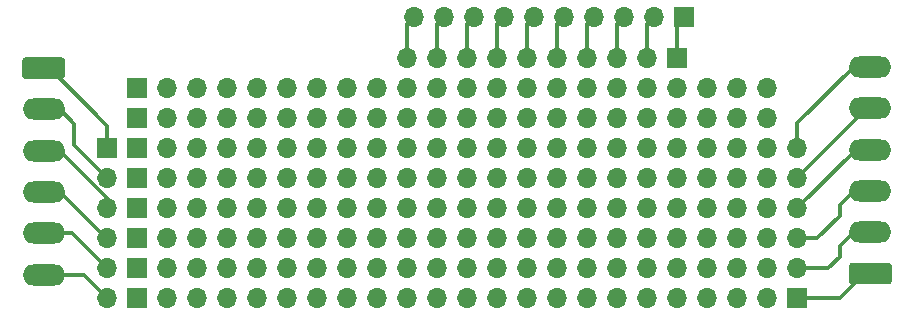
<source format=gbr>
G04 #@! TF.GenerationSoftware,KiCad,Pcbnew,(5.1.4)-1*
G04 #@! TF.CreationDate,2022-10-21T15:02:13+02:00*
G04 #@! TF.ProjectId,REG1-App-Universal,52454731-2d41-4707-902d-556e69766572,V00.01*
G04 #@! TF.SameCoordinates,Original*
G04 #@! TF.FileFunction,Copper,L2,Bot*
G04 #@! TF.FilePolarity,Positive*
%FSLAX46Y46*%
G04 Gerber Fmt 4.6, Leading zero omitted, Abs format (unit mm)*
G04 Created by KiCad (PCBNEW (5.1.4)-1) date 2022-10-21 15:02:13*
%MOMM*%
%LPD*%
G04 APERTURE LIST*
%ADD10O,1.700000X1.700000*%
%ADD11R,1.700000X1.700000*%
%ADD12O,3.600000X1.800000*%
%ADD13C,0.100000*%
%ADD14C,1.800000*%
%ADD15C,0.300000*%
G04 APERTURE END LIST*
D10*
X137780000Y-115560000D03*
X135240000Y-115560000D03*
X132700000Y-115560000D03*
X130160000Y-115560000D03*
X127620000Y-115560000D03*
X125080000Y-115560000D03*
X122540000Y-115560000D03*
X120000000Y-115560000D03*
X117460000Y-115560000D03*
X114920000Y-115560000D03*
X112380000Y-115560000D03*
X109840000Y-115560000D03*
X107300000Y-115560000D03*
X104760000Y-115560000D03*
X102220000Y-115560000D03*
X99680000Y-115560000D03*
X97140000Y-115560000D03*
X94600000Y-115560000D03*
X92060000Y-115560000D03*
X89520000Y-115560000D03*
X86980000Y-115560000D03*
D11*
X84440000Y-115560000D03*
D10*
X137780000Y-118100000D03*
X135240000Y-118100000D03*
X132700000Y-118100000D03*
X130160000Y-118100000D03*
X127620000Y-118100000D03*
X125080000Y-118100000D03*
X122540000Y-118100000D03*
X120000000Y-118100000D03*
X117460000Y-118100000D03*
X114920000Y-118100000D03*
X112380000Y-118100000D03*
X109840000Y-118100000D03*
X107300000Y-118100000D03*
X104760000Y-118100000D03*
X102220000Y-118100000D03*
X99680000Y-118100000D03*
X97140000Y-118100000D03*
X94600000Y-118100000D03*
X92060000Y-118100000D03*
X89520000Y-118100000D03*
X86980000Y-118100000D03*
D11*
X84440000Y-118100000D03*
D10*
X137780000Y-100320000D03*
X135240000Y-100320000D03*
X132700000Y-100320000D03*
X130160000Y-100320000D03*
X127620000Y-100320000D03*
X125080000Y-100320000D03*
X122540000Y-100320000D03*
X120000000Y-100320000D03*
X117460000Y-100320000D03*
X114920000Y-100320000D03*
X112380000Y-100320000D03*
X109840000Y-100320000D03*
X107300000Y-100320000D03*
X104760000Y-100320000D03*
X102220000Y-100320000D03*
X99680000Y-100320000D03*
X97140000Y-100320000D03*
X94600000Y-100320000D03*
X92060000Y-100320000D03*
X89520000Y-100320000D03*
X86980000Y-100320000D03*
D11*
X84440000Y-100320000D03*
D10*
X137780000Y-102860000D03*
X135240000Y-102860000D03*
X132700000Y-102860000D03*
X130160000Y-102860000D03*
X127620000Y-102860000D03*
X125080000Y-102860000D03*
X122540000Y-102860000D03*
X120000000Y-102860000D03*
X117460000Y-102860000D03*
X114920000Y-102860000D03*
X112380000Y-102860000D03*
X109840000Y-102860000D03*
X107300000Y-102860000D03*
X104760000Y-102860000D03*
X102220000Y-102860000D03*
X99680000Y-102860000D03*
X97140000Y-102860000D03*
X94600000Y-102860000D03*
X92060000Y-102860000D03*
X89520000Y-102860000D03*
X86980000Y-102860000D03*
D11*
X84440000Y-102860000D03*
D10*
X137780000Y-105400000D03*
X135240000Y-105400000D03*
X132700000Y-105400000D03*
X130160000Y-105400000D03*
X127620000Y-105400000D03*
X125080000Y-105400000D03*
X122540000Y-105400000D03*
X120000000Y-105400000D03*
X117460000Y-105400000D03*
X114920000Y-105400000D03*
X112380000Y-105400000D03*
X109840000Y-105400000D03*
X107300000Y-105400000D03*
X104760000Y-105400000D03*
X102220000Y-105400000D03*
X99680000Y-105400000D03*
X97140000Y-105400000D03*
X94600000Y-105400000D03*
X92060000Y-105400000D03*
X89520000Y-105400000D03*
X86980000Y-105400000D03*
D11*
X84440000Y-105400000D03*
D10*
X137780000Y-107940000D03*
X135240000Y-107940000D03*
X132700000Y-107940000D03*
X130160000Y-107940000D03*
X127620000Y-107940000D03*
X125080000Y-107940000D03*
X122540000Y-107940000D03*
X120000000Y-107940000D03*
X117460000Y-107940000D03*
X114920000Y-107940000D03*
X112380000Y-107940000D03*
X109840000Y-107940000D03*
X107300000Y-107940000D03*
X104760000Y-107940000D03*
X102220000Y-107940000D03*
X99680000Y-107940000D03*
X97140000Y-107940000D03*
X94600000Y-107940000D03*
X92060000Y-107940000D03*
X89520000Y-107940000D03*
X86980000Y-107940000D03*
D11*
X84440000Y-107940000D03*
D10*
X137780000Y-110480000D03*
X135240000Y-110480000D03*
X132700000Y-110480000D03*
X130160000Y-110480000D03*
X127620000Y-110480000D03*
X125080000Y-110480000D03*
X122540000Y-110480000D03*
X120000000Y-110480000D03*
X117460000Y-110480000D03*
X114920000Y-110480000D03*
X112380000Y-110480000D03*
X109840000Y-110480000D03*
X107300000Y-110480000D03*
X104760000Y-110480000D03*
X102220000Y-110480000D03*
X99680000Y-110480000D03*
X97140000Y-110480000D03*
X94600000Y-110480000D03*
X92060000Y-110480000D03*
X89520000Y-110480000D03*
X86980000Y-110480000D03*
D11*
X84440000Y-110480000D03*
D10*
X137780000Y-113020000D03*
X135240000Y-113020000D03*
X132700000Y-113020000D03*
X130160000Y-113020000D03*
X127620000Y-113020000D03*
X125080000Y-113020000D03*
X122540000Y-113020000D03*
X120000000Y-113020000D03*
X117460000Y-113020000D03*
X114920000Y-113020000D03*
X112380000Y-113020000D03*
X109840000Y-113020000D03*
X107300000Y-113020000D03*
X104760000Y-113020000D03*
X102220000Y-113020000D03*
X99680000Y-113020000D03*
X97140000Y-113020000D03*
X94600000Y-113020000D03*
X92060000Y-113020000D03*
X89520000Y-113020000D03*
X86980000Y-113020000D03*
D11*
X84440000Y-113020000D03*
D10*
X140320000Y-105400000D03*
X140320000Y-107940000D03*
X140320000Y-110480000D03*
X140320000Y-113020000D03*
X140320000Y-115560000D03*
D11*
X140320000Y-118100000D03*
D10*
X107300000Y-97780000D03*
X109840000Y-97780000D03*
X112380000Y-97780000D03*
X114920000Y-97780000D03*
X117460000Y-97780000D03*
X120000000Y-97780000D03*
X122540000Y-97780000D03*
X125080000Y-97780000D03*
X127620000Y-97780000D03*
D11*
X130160000Y-97780000D03*
D10*
X81900000Y-118100000D03*
X81900000Y-115560000D03*
X81900000Y-113020000D03*
X81900000Y-110480000D03*
X81900000Y-107940000D03*
D11*
X81900000Y-105400000D03*
D10*
X107900000Y-94300000D03*
X110440000Y-94300000D03*
X112980000Y-94300000D03*
X115520000Y-94300000D03*
X118060000Y-94300000D03*
X120600000Y-94300000D03*
X123140000Y-94300000D03*
X125680000Y-94300000D03*
X128220000Y-94300000D03*
D11*
X130760000Y-94300000D03*
D12*
X146500000Y-98500000D03*
X146500000Y-102000000D03*
X146500000Y-105500000D03*
X146500000Y-109000000D03*
X146500000Y-112500000D03*
D13*
G36*
X148074504Y-115101204D02*
G01*
X148098773Y-115104804D01*
X148122571Y-115110765D01*
X148145671Y-115119030D01*
X148167849Y-115129520D01*
X148188893Y-115142133D01*
X148208598Y-115156747D01*
X148226777Y-115173223D01*
X148243253Y-115191402D01*
X148257867Y-115211107D01*
X148270480Y-115232151D01*
X148280970Y-115254329D01*
X148289235Y-115277429D01*
X148295196Y-115301227D01*
X148298796Y-115325496D01*
X148300000Y-115350000D01*
X148300000Y-116650000D01*
X148298796Y-116674504D01*
X148295196Y-116698773D01*
X148289235Y-116722571D01*
X148280970Y-116745671D01*
X148270480Y-116767849D01*
X148257867Y-116788893D01*
X148243253Y-116808598D01*
X148226777Y-116826777D01*
X148208598Y-116843253D01*
X148188893Y-116857867D01*
X148167849Y-116870480D01*
X148145671Y-116880970D01*
X148122571Y-116889235D01*
X148098773Y-116895196D01*
X148074504Y-116898796D01*
X148050000Y-116900000D01*
X144950000Y-116900000D01*
X144925496Y-116898796D01*
X144901227Y-116895196D01*
X144877429Y-116889235D01*
X144854329Y-116880970D01*
X144832151Y-116870480D01*
X144811107Y-116857867D01*
X144791402Y-116843253D01*
X144773223Y-116826777D01*
X144756747Y-116808598D01*
X144742133Y-116788893D01*
X144729520Y-116767849D01*
X144719030Y-116745671D01*
X144710765Y-116722571D01*
X144704804Y-116698773D01*
X144701204Y-116674504D01*
X144700000Y-116650000D01*
X144700000Y-115350000D01*
X144701204Y-115325496D01*
X144704804Y-115301227D01*
X144710765Y-115277429D01*
X144719030Y-115254329D01*
X144729520Y-115232151D01*
X144742133Y-115211107D01*
X144756747Y-115191402D01*
X144773223Y-115173223D01*
X144791402Y-115156747D01*
X144811107Y-115142133D01*
X144832151Y-115129520D01*
X144854329Y-115119030D01*
X144877429Y-115110765D01*
X144901227Y-115104804D01*
X144925496Y-115101204D01*
X144950000Y-115100000D01*
X148050000Y-115100000D01*
X148074504Y-115101204D01*
X148074504Y-115101204D01*
G37*
D14*
X146500000Y-116000000D03*
D12*
X76500000Y-116100000D03*
X76500000Y-112600000D03*
X76500000Y-109100000D03*
X76500000Y-105600000D03*
X76500000Y-102100000D03*
D13*
G36*
X78074504Y-97701204D02*
G01*
X78098773Y-97704804D01*
X78122571Y-97710765D01*
X78145671Y-97719030D01*
X78167849Y-97729520D01*
X78188893Y-97742133D01*
X78208598Y-97756747D01*
X78226777Y-97773223D01*
X78243253Y-97791402D01*
X78257867Y-97811107D01*
X78270480Y-97832151D01*
X78280970Y-97854329D01*
X78289235Y-97877429D01*
X78295196Y-97901227D01*
X78298796Y-97925496D01*
X78300000Y-97950000D01*
X78300000Y-99250000D01*
X78298796Y-99274504D01*
X78295196Y-99298773D01*
X78289235Y-99322571D01*
X78280970Y-99345671D01*
X78270480Y-99367849D01*
X78257867Y-99388893D01*
X78243253Y-99408598D01*
X78226777Y-99426777D01*
X78208598Y-99443253D01*
X78188893Y-99457867D01*
X78167849Y-99470480D01*
X78145671Y-99480970D01*
X78122571Y-99489235D01*
X78098773Y-99495196D01*
X78074504Y-99498796D01*
X78050000Y-99500000D01*
X74950000Y-99500000D01*
X74925496Y-99498796D01*
X74901227Y-99495196D01*
X74877429Y-99489235D01*
X74854329Y-99480970D01*
X74832151Y-99470480D01*
X74811107Y-99457867D01*
X74791402Y-99443253D01*
X74773223Y-99426777D01*
X74756747Y-99408598D01*
X74742133Y-99388893D01*
X74729520Y-99367849D01*
X74719030Y-99345671D01*
X74710765Y-99322571D01*
X74704804Y-99298773D01*
X74701204Y-99274504D01*
X74700000Y-99250000D01*
X74700000Y-97950000D01*
X74701204Y-97925496D01*
X74704804Y-97901227D01*
X74710765Y-97877429D01*
X74719030Y-97854329D01*
X74729520Y-97832151D01*
X74742133Y-97811107D01*
X74756747Y-97791402D01*
X74773223Y-97773223D01*
X74791402Y-97756747D01*
X74811107Y-97742133D01*
X74832151Y-97729520D01*
X74854329Y-97719030D01*
X74877429Y-97710765D01*
X74901227Y-97704804D01*
X74925496Y-97701204D01*
X74950000Y-97700000D01*
X78050000Y-97700000D01*
X78074504Y-97701204D01*
X78074504Y-97701204D01*
G37*
D14*
X76500000Y-98600000D03*
D15*
X81820000Y-113020000D02*
X81900000Y-113020000D01*
X77900000Y-109100000D02*
X81820000Y-113020000D01*
X77000000Y-109100000D02*
X77900000Y-109100000D01*
X81900000Y-109600000D02*
X81900000Y-110480000D01*
X77900000Y-105600000D02*
X81900000Y-109600000D01*
X77000000Y-105600000D02*
X77900000Y-105600000D01*
X81050001Y-107090001D02*
X81900000Y-107940000D01*
X79110010Y-105150010D02*
X81050001Y-107090001D01*
X79110010Y-103310010D02*
X79110010Y-105150010D01*
X77900000Y-102100000D02*
X79110010Y-103310010D01*
X77000000Y-102100000D02*
X77900000Y-102100000D01*
X81900000Y-103500000D02*
X77000000Y-98600000D01*
X81900000Y-105400000D02*
X81900000Y-103500000D01*
X145300000Y-105500000D02*
X146000000Y-105500000D01*
X140320000Y-110480000D02*
X145300000Y-105500000D01*
X145100000Y-109000000D02*
X146000000Y-109000000D01*
X143900000Y-110200000D02*
X145100000Y-109000000D01*
X143900000Y-111100000D02*
X143900000Y-110200000D01*
X141980000Y-113020000D02*
X143900000Y-111100000D01*
X140320000Y-113020000D02*
X141980000Y-113020000D01*
X145100000Y-112500000D02*
X146000000Y-112500000D01*
X143900000Y-113700000D02*
X145100000Y-112500000D01*
X143900000Y-114600000D02*
X143900000Y-113700000D01*
X142940000Y-115560000D02*
X143900000Y-114600000D01*
X140320000Y-115560000D02*
X142940000Y-115560000D01*
X143900000Y-118100000D02*
X146000000Y-116000000D01*
X140320000Y-118100000D02*
X143900000Y-118100000D01*
X79900000Y-116100000D02*
X81900000Y-118100000D01*
X77000000Y-116100000D02*
X79900000Y-116100000D01*
X81050001Y-114710001D02*
X81900000Y-115560000D01*
X78940000Y-112600000D02*
X81050001Y-114710001D01*
X77000000Y-112600000D02*
X78940000Y-112600000D01*
X145100000Y-98500000D02*
X146000000Y-98500000D01*
X140320000Y-103280000D02*
X145100000Y-98500000D01*
X140320000Y-105400000D02*
X140320000Y-103280000D01*
X146000000Y-102260000D02*
X146000000Y-102000000D01*
X140320000Y-107940000D02*
X146000000Y-102260000D01*
X107300000Y-94900000D02*
X107900000Y-94300000D01*
X107300000Y-97780000D02*
X107300000Y-94900000D01*
X109840000Y-94900000D02*
X110440000Y-94300000D01*
X109840000Y-97780000D02*
X109840000Y-94900000D01*
X112380000Y-94900000D02*
X112980000Y-94300000D01*
X112380000Y-97780000D02*
X112380000Y-94900000D01*
X114920000Y-94900000D02*
X115520000Y-94300000D01*
X114920000Y-97780000D02*
X114920000Y-94900000D01*
X117460000Y-94900000D02*
X118060000Y-94300000D01*
X117460000Y-97780000D02*
X117460000Y-94900000D01*
X120000000Y-94900000D02*
X120600000Y-94300000D01*
X120000000Y-97780000D02*
X120000000Y-94900000D01*
X122540000Y-94900000D02*
X123140000Y-94300000D01*
X122540000Y-97780000D02*
X122540000Y-94900000D01*
X125080000Y-94900000D02*
X125680000Y-94300000D01*
X125080000Y-97780000D02*
X125080000Y-94900000D01*
X127620000Y-94900000D02*
X128220000Y-94300000D01*
X127620000Y-97780000D02*
X127620000Y-94900000D01*
X130160000Y-94900000D02*
X130760000Y-94300000D01*
X130160000Y-97780000D02*
X130160000Y-94900000D01*
M02*

</source>
